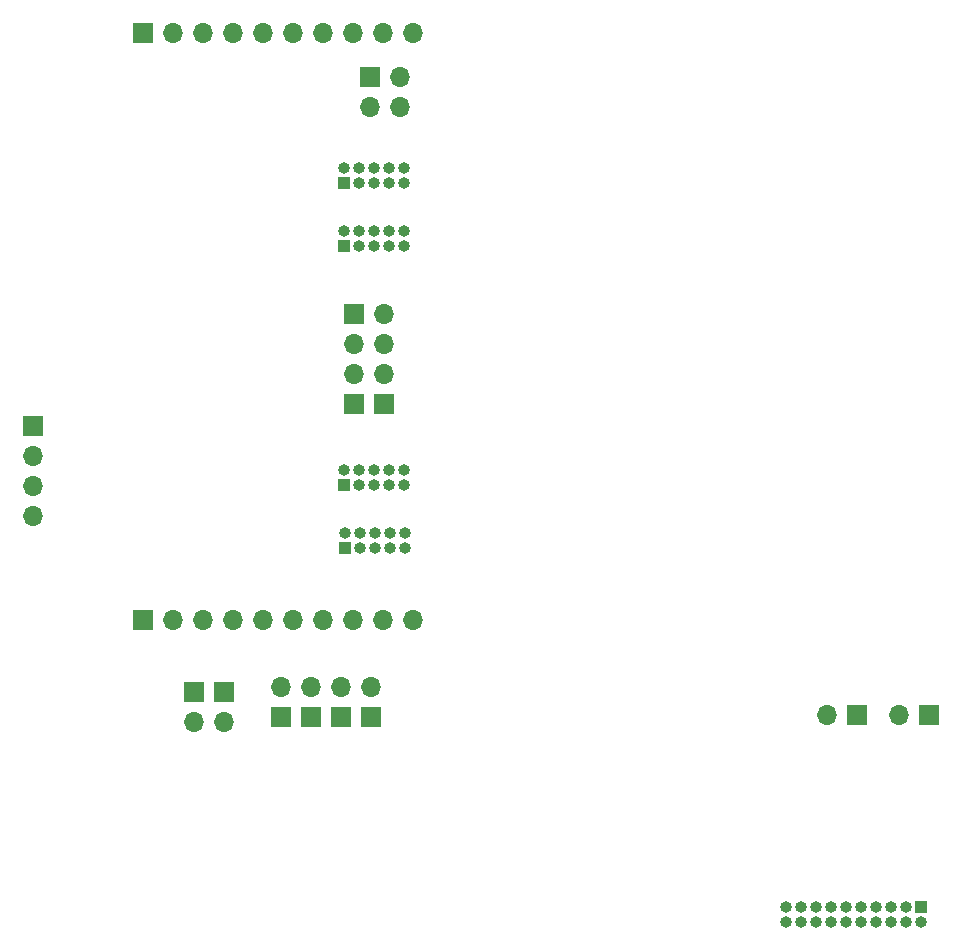
<source format=gbs>
G04 #@! TF.GenerationSoftware,KiCad,Pcbnew,(5.1.6-0-10_14)*
G04 #@! TF.CreationDate,2021-06-29T11:57:39+09:00*
G04 #@! TF.ProjectId,qPCR-photosensing,71504352-2d70-4686-9f74-6f73656e7369,rev?*
G04 #@! TF.SameCoordinates,Original*
G04 #@! TF.FileFunction,Soldermask,Bot*
G04 #@! TF.FilePolarity,Negative*
%FSLAX46Y46*%
G04 Gerber Fmt 4.6, Leading zero omitted, Abs format (unit mm)*
G04 Created by KiCad (PCBNEW (5.1.6-0-10_14)) date 2021-06-29 11:57:39*
%MOMM*%
%LPD*%
G01*
G04 APERTURE LIST*
%ADD10O,1.700000X1.700000*%
%ADD11R,1.700000X1.700000*%
%ADD12O,1.000000X1.000000*%
%ADD13R,1.000000X1.000000*%
G04 APERTURE END LIST*
D10*
X115160000Y-100849500D03*
X112620000Y-100849500D03*
X110080000Y-100849500D03*
X107540000Y-100849500D03*
X105000000Y-100849500D03*
X102460000Y-100849500D03*
X99920000Y-100849500D03*
X97380000Y-100849500D03*
X94840000Y-100849500D03*
D11*
X92300000Y-100849500D03*
X152800000Y-108870000D03*
D10*
X150260000Y-108870000D03*
D11*
X92300000Y-51150500D03*
D10*
X94840000Y-51150500D03*
X97380000Y-51150500D03*
X99920000Y-51150500D03*
X102460000Y-51150500D03*
X105000000Y-51150500D03*
X107540000Y-51150500D03*
X110080000Y-51150500D03*
X112620000Y-51150500D03*
X115160000Y-51150500D03*
D11*
X104040000Y-109070000D03*
D10*
X104040000Y-106530000D03*
X106580000Y-106530000D03*
D11*
X106580000Y-109070000D03*
X109120000Y-109070000D03*
D10*
X109120000Y-106530000D03*
X111660000Y-106530000D03*
D11*
X111660000Y-109070000D03*
D10*
X156380000Y-108870000D03*
D11*
X158920000Y-108870000D03*
X83020000Y-84460000D03*
D10*
X83020000Y-87000000D03*
X83020000Y-89540000D03*
X83020000Y-92080000D03*
X112776000Y-74930000D03*
X112776000Y-77470000D03*
X112776000Y-80010000D03*
D11*
X112776000Y-82550000D03*
D10*
X110236000Y-80010000D03*
D11*
X110236000Y-82550000D03*
X110236000Y-74930000D03*
D10*
X110236000Y-77470000D03*
X99200000Y-109540000D03*
D11*
X99200000Y-107000000D03*
X96660000Y-107000000D03*
D10*
X96660000Y-109540000D03*
D12*
X146770000Y-126470000D03*
X146770000Y-125200000D03*
X148040000Y-126470000D03*
X148040000Y-125200000D03*
X149310000Y-126470000D03*
X149310000Y-125200000D03*
X150580000Y-126470000D03*
X150580000Y-125200000D03*
X151850000Y-126470000D03*
X151850000Y-125200000D03*
X153120000Y-126470000D03*
X153120000Y-125200000D03*
X154390000Y-126470000D03*
X154390000Y-125200000D03*
X155660000Y-126470000D03*
X155660000Y-125200000D03*
X156930000Y-126470000D03*
X156930000Y-125200000D03*
X158200000Y-126470000D03*
D13*
X158200000Y-125200000D03*
D10*
X114110000Y-57460000D03*
X114110000Y-54920000D03*
X111570000Y-57460000D03*
D11*
X111570000Y-54920000D03*
D13*
X109340000Y-89405000D03*
D12*
X109340000Y-88135000D03*
X110610000Y-89405000D03*
X110610000Y-88135000D03*
X111880000Y-89405000D03*
X111880000Y-88135000D03*
X113150000Y-89405000D03*
X113150000Y-88135000D03*
X114420000Y-89405000D03*
X114420000Y-88135000D03*
X114490000Y-93469000D03*
X114490000Y-94739000D03*
X113220000Y-93469000D03*
X113220000Y-94739000D03*
X111950000Y-93469000D03*
X111950000Y-94739000D03*
X110680000Y-93469000D03*
X110680000Y-94739000D03*
X109410000Y-93469000D03*
D13*
X109410000Y-94739000D03*
X109340000Y-63865000D03*
D12*
X109340000Y-62595000D03*
X110610000Y-63865000D03*
X110610000Y-62595000D03*
X111880000Y-63865000D03*
X111880000Y-62595000D03*
X113150000Y-63865000D03*
X113150000Y-62595000D03*
X114420000Y-63865000D03*
X114420000Y-62595000D03*
X114420000Y-67929000D03*
X114420000Y-69199000D03*
X113150000Y-67929000D03*
X113150000Y-69199000D03*
X111880000Y-67929000D03*
X111880000Y-69199000D03*
X110610000Y-67929000D03*
X110610000Y-69199000D03*
X109340000Y-67929000D03*
D13*
X109340000Y-69199000D03*
M02*

</source>
